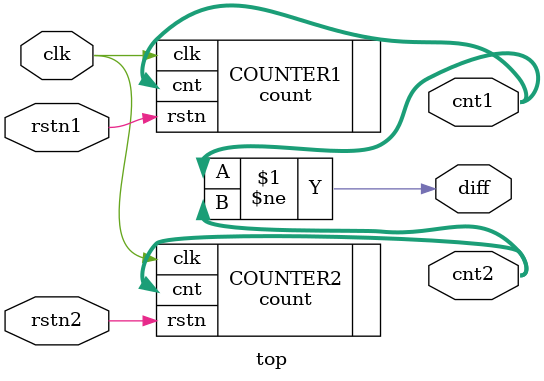
<source format=v>
/*
 * MODULE: top
 *
 * DESCRIPTION: 2x 32-bit counters (module count) that will have their outputs
 *              compared.
 *
 * PARAMETERS:
 *   N/A
 *
 * INPUTS:
 *   clk
 *     - Clock.
 *   rstn1
 *     - Active-low reset for counter 1.
 *   rstn2
 *     - Active-low reset for counter 2.
 *
 * OUTPUTS:
 *   cnt1 [31:0]
 *     - Counter output for counter 1.
 *   cnt2 [31:0]
 *     - Counter output for counter 2.
 *   diff
 *     - Active-high output when counters are different.
 */
module top (
	clk,
	rstn1,
	rstn2,
	cnt1,
	cnt2,
	diff
);

	// Input Port Declarations
	input	wire			clk;
	input	wire			rstn1;
	input	wire			rstn2;

	// Output Port Declarations
	output	wire	[31:0]	cnt1;
	output	wire	[31:0]	cnt2;
	output	wire			diff;

	count COUNTER1 (
		.clk( clk ),
		.rstn( rstn1 ),
		.cnt( cnt1 )
	);

	count COUNTER2 (
		.clk( clk ),
		.rstn( rstn2 ),
		.cnt( cnt2 )
	);

	// Assign outputs
	assign diff = cnt1 != cnt2;

endmodule

</source>
